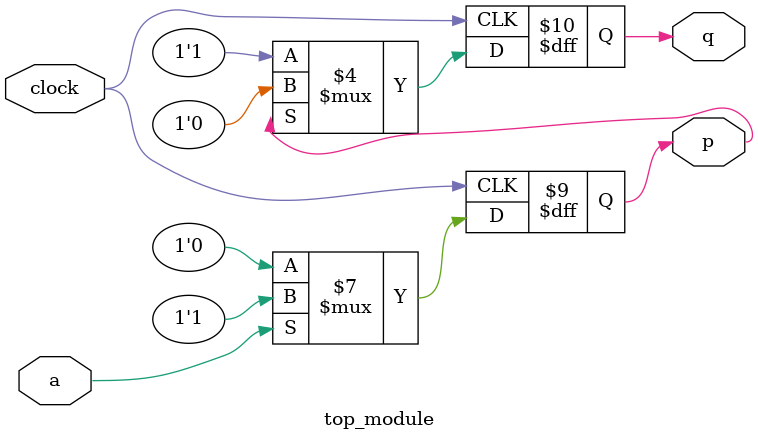
<source format=sv>
module top_module (
    input clock,
    input a, 
    output reg p,
    output reg q
);

always @(posedge clock) begin
    // Update p
    if (a) begin
        p <= 1;
    end else begin
        p <= 0;
    end

    // Update q
    if (p == 1) begin
        q <= 0;
    end else begin
        q <= 1;
    end
end

endmodule

</source>
